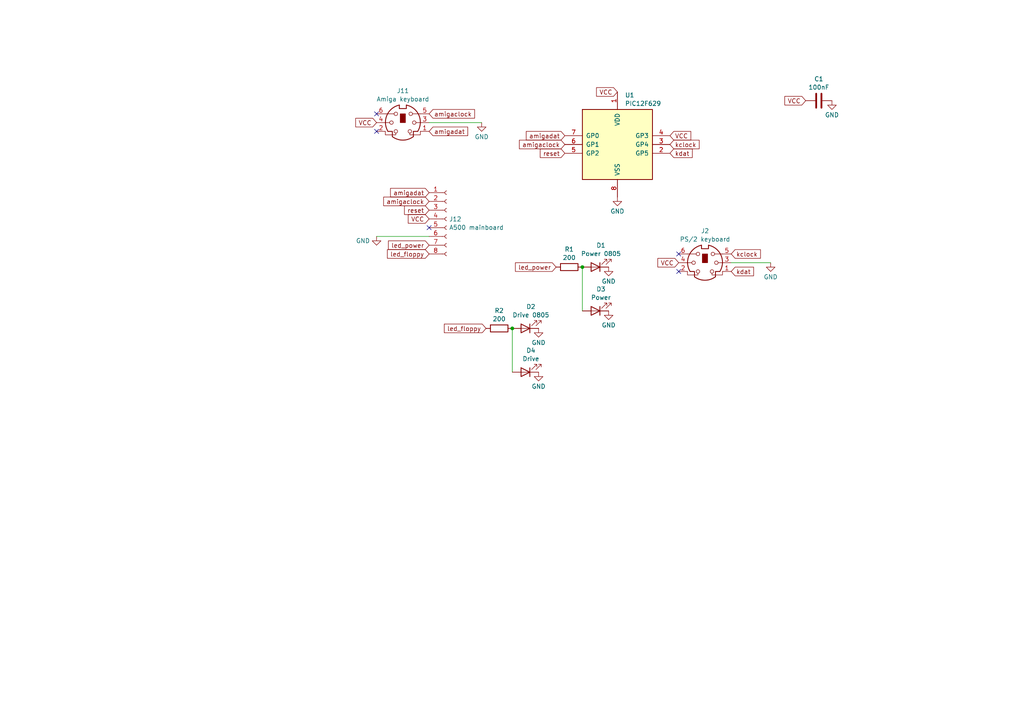
<source format=kicad_sch>
(kicad_sch (version 20230121) (generator eeschema)
  (paper "A4")
  (lib_symbols
    (symbol "Connector:Conn_01x08_Socket" (pin_names (offset 1.016) hide)
      (property "Reference" "J" (at 0 10.16 0))
      (property "Value" "Conn_01x08_Socket" (at 0 -12.7 0))
      (symbol "Conn_01x08_Socket_1_1"
        (arc (start 0 -9.652) (mid -0.5058 -10.16) (end 0 -10.668) (stroke (width 0.1524)))
        (arc (start 0 -7.112) (mid -0.5058 -7.62) (end 0 -8.128) (stroke (width 0.1524)))
        (arc (start 0 -4.572) (mid -0.5058 -5.08) (end 0 -5.588) (stroke (width 0.1524)))
        (arc (start 0 -2.032) (mid -0.5058 -2.54) (end 0 -3.048) (stroke (width 0.1524)))
        (polyline (pts (xy -1.27 -10.16) (xy -0.508 -10.16)) (stroke (width 0.1524)))
        (polyline (pts (xy -1.27 -7.62) (xy -0.508 -7.62)) (stroke (width 0.1524)))
        (polyline (pts (xy -1.27 -5.08) (xy -0.508 -5.08)) (stroke (width 0.1524)))
        (polyline (pts (xy -1.27 -2.54) (xy -0.508 -2.54)) (stroke (width 0.1524)))
        (polyline (pts (xy -1.27 0) (xy -0.508 0)) (stroke (width 0.1524)))
        (polyline (pts (xy -1.27 2.54) (xy -0.508 2.54)) (stroke (width 0.1524)))
        (polyline (pts (xy -1.27 5.08) (xy -0.508 5.08)) (stroke (width 0.1524)))
        (polyline (pts (xy -1.27 7.62) (xy -0.508 7.62)) (stroke (width 0.1524)))
        (arc (start 0 0.508) (mid -0.5058 0) (end 0 -0.508) (stroke (width 0.1524)))
        (arc (start 0 3.048) (mid -0.5058 2.54) (end 0 2.032) (stroke (width 0.1524)))
        (arc (start 0 5.588) (mid -0.5058 5.08) (end 0 4.572) (stroke (width 0.1524)))
        (arc (start 0 8.128) (mid -0.5058 7.62) (end 0 7.112) (stroke (width 0.1524)))
        (pin passive line (at -5.08 7.62 0) (length 3.81) (name "Pin_1") (number "1"))
        (pin passive line (at -5.08 5.08 0) (length 3.81) (name "Pin_2") (number "2"))
        (pin passive line (at -5.08 2.54 0) (length 3.81) (name "Pin_3") (number "3"))
        (pin passive line (at -5.08 0 0) (length 3.81) (name "Pin_4") (number "4"))
        (pin passive line (at -5.08 -2.54 0) (length 3.81) (name "Pin_5") (number "5"))
        (pin passive line (at -5.08 -5.08 0) (length 3.81) (name "Pin_6") (number "6"))
        (pin passive line (at -5.08 -7.62 0) (length 3.81) (name "Pin_7") (number "7"))
        (pin passive line (at -5.08 -10.16 0) (length 3.81) (name "Pin_8") (number "8"))
      )
    )
    (symbol "Connector:Mini-DIN-6" (pin_names (offset 1.016))
      (property "Reference" "J" (at 0 6.35 0))
      (property "Value" "Mini-DIN-6" (at 0 -6.35 0))
      (symbol "Mini-DIN-6_0_1"
        (circle (center -3.302 0) (radius 0.508))
        (arc (start -3.048 -4.064) (mid 0 -5.08) (end 3.048 -4.064) (stroke (width 0.254)))
        (circle (center -2.032 -2.54) (radius 0.508))
        (circle (center -2.032 2.54) (radius 0.508))
        (arc (start -1.016 5.08) (mid -4.6228 2.1214) (end -4.318 -2.54) (stroke (width 0.254)))
        (rectangle (start -0.762 2.54) (end 0.762 0) (fill (type outline)))
        (polyline (pts (xy -3.81 0) (xy -5.08 0)))
        (polyline (pts (xy -2.54 2.54) (xy -5.08 2.54)))
        (polyline (pts (xy 2.794 2.54) (xy 5.08 2.54)))
        (polyline (pts (xy 5.08 0) (xy 3.81 0)))
        (polyline (pts (xy -4.318 -2.54) (xy -3.048 -2.54) (xy -3.048 -4.064)) (stroke (width 0.254)))
        (polyline (pts (xy 4.318 -2.54) (xy 3.048 -2.54) (xy 3.048 -4.064)) (stroke (width 0.254)))
        (polyline (pts (xy -2.032 -3.048) (xy -2.032 -3.556) (xy -5.08 -3.556) (xy -5.08 -2.54)))
        (polyline (pts (xy -1.016 5.08) (xy -1.016 4.064) (xy 1.016 4.064) (xy 1.016 5.08)) (stroke (width 0.254)))
        (polyline (pts (xy 2.032 -3.048) (xy 2.032 -3.556) (xy 5.08 -3.556) (xy 5.08 -2.54)))
        (circle (center 2.032 -2.54) (radius 0.508))
        (circle (center 2.286 2.54) (radius 0.508))
        (circle (center 3.302 0) (radius 0.508))
        (arc (start 4.318 -2.54) (mid 4.6661 2.1322) (end 1.016 5.08) (stroke (width 0.254)))
      )
      (symbol "Mini-DIN-6_1_1"
        (pin passive line (at 7.62 -2.54 180) (length 2.54) (name "~") (number "1"))
        (pin passive line (at -7.62 -2.54 0) (length 2.54) (name "~") (number "2"))
        (pin passive line (at 7.62 0 180) (length 2.54) (name "~") (number "3"))
        (pin passive line (at -7.62 0 0) (length 2.54) (name "~") (number "4"))
        (pin passive line (at 7.62 2.54 180) (length 2.54) (name "~") (number "5"))
        (pin passive line (at -7.62 2.54 0) (length 2.54) (name "~") (number "6"))
      )
    )
    (symbol "Device:C" (pin_numbers hide) (pin_names (offset 0.254))
      (property "Reference" "C" (at 0.635 2.54 0))
      (property "Value" "C" (at 0.635 -2.54 0))
      (symbol "C_0_1"
        (polyline (pts (xy -2.032 -0.762) (xy 2.032 -0.762)) (stroke (width 0.508)))
        (polyline (pts (xy -2.032 0.762) (xy 2.032 0.762)) (stroke (width 0.508)))
      )
      (symbol "C_1_1"
        (pin passive line (at 0 3.81 270) (length 2.794) (name "~") (number "1"))
        (pin passive line (at 0 -3.81 90) (length 2.794) (name "~") (number "2"))
      )
    )
    (symbol "Device:LED" (pin_numbers hide) (pin_names (offset 1.016) hide)
      (property "Reference" "D" (at 0 2.54 0))
      (property "Value" "LED" (at 0 -2.54 0))
      (symbol "LED_0_1"
        (polyline (pts (xy -1.27 -1.27) (xy -1.27 1.27)) (stroke (width 0.254)))
        (polyline (pts (xy -1.27 0) (xy 1.27 0)))
        (polyline (pts (xy 1.27 -1.27) (xy 1.27 1.27) (xy -1.27 0) (xy 1.27 -1.27)) (stroke (width 0.254)))
        (polyline (pts (xy -3.048 -0.762) (xy -4.572 -2.286) (xy -3.81 -2.286) (xy -4.572 -2.286) (xy -4.572 -1.524)))
        (polyline (pts (xy -1.778 -0.762) (xy -3.302 -2.286) (xy -2.54 -2.286) (xy -3.302 -2.286) (xy -3.302 -1.524)))
      )
      (symbol "LED_1_1"
        (pin passive line (at -3.81 0 0) (length 2.54) (name "K") (number "1"))
        (pin passive line (at 3.81 0 180) (length 2.54) (name "A") (number "2"))
      )
    )
    (symbol "Device:R" (pin_numbers hide) (pin_names (offset 0))
      (property "Reference" "R" (at 2.032 0 90))
      (property "Value" "R" (at 0 0 90))
      (symbol "R_0_1"
        (rectangle (start -1.016 -2.54) (end 1.016 2.54) (stroke (width 0.254)))
      )
      (symbol "R_1_1"
        (pin passive line (at 0 3.81 270) (length 1.27) (name "~") (number "1"))
        (pin passive line (at 0 -3.81 90) (length 1.27) (name "~") (number "2"))
      )
    )
    (symbol "MCU_Microchip_PIC12:PIC12F629-IP" (pin_names (offset 1.016))
      (property "Reference" "U" (at 1.27 13.97 0))
      (property "Value" "PIC12F629-IP" (at 1.27 11.43 0))
      (symbol "PIC12F629-IP_0_1"
        (rectangle (start 10.16 -10.16) (end -10.16 10.16) (stroke (width 0.254)) (fill (type background)))
      )
      (symbol "PIC12F629-IP_1_1"
        (pin power_in line (at 0 15.24 270) (length 5.08) (name "VDD") (number "1"))
        (pin bidirectional line (at 15.24 -2.54 180) (length 5.08) (name "GP5") (number "2"))
        (pin bidirectional line (at 15.24 0 180) (length 5.08) (name "GP4") (number "3"))
        (pin input line (at 15.24 2.54 180) (length 5.08) (name "GP3") (number "4"))
        (pin bidirectional line (at -15.24 -2.54 0) (length 5.08) (name "GP2") (number "5"))
        (pin bidirectional line (at -15.24 0 0) (length 5.08) (name "GP1") (number "6"))
        (pin bidirectional line (at -15.24 2.54 0) (length 5.08) (name "GP0") (number "7"))
        (pin power_in line (at 0 -15.24 90) (length 5.08) (name "VSS") (number "8"))
      )
    )
    (symbol "power:GND" (power) (pin_names (offset 0))
      (property "Value" "GND" (at 0 -3.81 0))
      (symbol "GND_0_1"
        (polyline (pts (xy 0 0) (xy 0 -1.27) (xy 1.27 -1.27) (xy 0 -2.54) (xy -1.27 -1.27) (xy 0 -1.27)))
      )
      (symbol "GND_1_1"
        (pin power_in line (at 0 0 270) (length 0) hide (name "GND") (number "1"))
      )
    )
  )
  (junction (at 148.59 95.25))
  (junction (at 168.91 77.47))
  (no_connect (at 109.22 38.1))
  (no_connect (at 124.46 66.04))
  (no_connect (at 196.85 78.74))
  (no_connect (at 196.85 73.66))
  (no_connect (at 109.22 33.02))
  (wire (pts (xy 168.91 77.47) (xy 168.91 90.17)))
  (wire (pts (xy 109.22 68.58) (xy 124.46 68.58)))
  (wire (pts (xy 212.09 76.2) (xy 223.52 76.2)))
  (wire (pts (xy 124.46 35.56) (xy 139.7 35.56)))
  (wire (pts (xy 148.59 95.25) (xy 148.59 107.95)))
  (global_label "kdat" (shape input) (at 194.31 44.45 0) (property "Intersheetrefs" "${INTERSHEET_REFS}" (effects hide)))
  (global_label "VCC" (shape input) (at 124.46 63.5 180) (property "Intersheetrefs" "${INTERSHEET_REFS}" (effects hide)))
  (global_label "VCC" (shape input) (at 179.07 26.67 180) (property "Intersheetrefs" "${INTERSHEET_REFS}" (effects hide)))
  (global_label "reset" (shape input) (at 124.46 60.96 180) (property "Intersheetrefs" "${INTERSHEET_REFS}" (effects hide)))
  (global_label "amigadat" (shape input) (at 124.46 55.88 180) (property "Intersheetrefs" "${INTERSHEET_REFS}" (effects hide)))
  (global_label "kclock" (shape input) (at 212.09 73.66 0) (property "Intersheetrefs" "${INTERSHEET_REFS}" (effects hide)))
  (global_label "kdat" (shape input) (at 212.09 78.74 0) (property "Intersheetrefs" "${INTERSHEET_REFS}" (effects hide)))
  (global_label "reset" (shape input) (at 163.83 44.45 180) (property "Intersheetrefs" "${INTERSHEET_REFS}" (effects hide)))
  (global_label "led_floppy" (shape input) (at 124.46 73.66 180) (property "Intersheetrefs" "${INTERSHEET_REFS}" (effects hide)))
  (global_label "amigaclock" (shape input) (at 124.46 33.02 0) (property "Intersheetrefs" "${INTERSHEET_REFS}" (effects hide)))
  (global_label "amigaclock" (shape input) (at 124.46 58.42 180) (property "Intersheetrefs" "${INTERSHEET_REFS}" (effects hide)))
  (global_label "VCC" (shape input) (at 109.22 35.56 180) (property "Intersheetrefs" "${INTERSHEET_REFS}" (effects hide)))
  (global_label "led_power" (shape input) (at 161.29 77.47 180) (property "Intersheetrefs" "${INTERSHEET_REFS}" (effects hide)))
  (global_label "VCC" (shape input) (at 196.85 76.2 180) (property "Intersheetrefs" "${INTERSHEET_REFS}" (effects hide)))
  (global_label "VCC" (shape input) (at 194.31 39.37 0) (property "Intersheetrefs" "${INTERSHEET_REFS}" (effects hide)))
  (global_label "VCC" (shape input) (at 233.68 29.21 180) (property "Intersheetrefs" "${INTERSHEET_REFS}" (effects hide)))
  (global_label "led_floppy" (shape input) (at 140.97 95.25 180) (property "Intersheetrefs" "${INTERSHEET_REFS}" (effects hide)))
  (global_label "amigaclock" (shape input) (at 163.83 41.91 180) (property "Intersheetrefs" "${INTERSHEET_REFS}" (effects hide)))
  (global_label "amigadat" (shape input) (at 163.83 39.37 180) (property "Intersheetrefs" "${INTERSHEET_REFS}" (effects hide)))
  (global_label "kclock" (shape input) (at 194.31 41.91 0) (property "Intersheetrefs" "${INTERSHEET_REFS}" (effects hide)))
  (global_label "led_power" (shape input) (at 124.46 71.12 180) (property "Intersheetrefs" "${INTERSHEET_REFS}" (effects hide)))
  (global_label "amigadat" (shape input) (at 124.46 38.1 0) (property "Intersheetrefs" "${INTERSHEET_REFS}" (effects hide)))
  (symbol (lib_id "Connector:Mini-DIN-6") (at 116.84 35.56 0) (unit 1)
    (property "Reference" "J11" (at 116.8577 26.3357 0))
    (property "Value" "Amiga keyboard" (at 116.8577 28.7599 0))
    (property "Footprint" "own:Mini-DIN-6_PS2-Keyboard-Socket_Connfly_DS1093-01-PN60" (effects hide))
    (property "Datasheet" "http://service.powerdynamics.com/ec/Catalog17/Section%2011.pdf" (effects hide))
    (property "LCSC" "C77848" (effects hide))
  )
  (symbol (lib_id "power:GND") (at 223.52 76.2 0) (unit 1)
    (property "Reference" "#PWR01" (effects hide))
    (property "Value" "GND" (at 223.52 80.3331 0))
  )
  (symbol (lib_id "Connector:Mini-DIN-6") (at 204.47 76.2 0) (unit 1)
    (property "Reference" "J2" (at 204.4877 66.9757 0))
    (property "Value" "PS/2 keyboard" (at 204.4877 69.3999 0))
    (property "Footprint" "own:Mini-DIN-6_PS2-Keyboard-Socket_Connfly_DS1093-01-PN60" (effects hide))
    (property "Datasheet" "http://service.powerdynamics.com/ec/Catalog17/Section%2011.pdf" (effects hide))
    (property "LCSC" "C77848" (effects hide))
  )
  (symbol (lib_id "Device:R") (at 144.78 95.25 90) (unit 1)
    (property "Reference" "R2" (at 144.78 90.0897 90))
    (property "Value" "200" (at 144.78 92.5139 90))
    (property "Footprint" "Resistor_SMD:R_0805_2012Metric_Pad1.20x1.40mm_HandSolder" (effects hide))
    (property "JLCPCB" "C17540" (effects hide))
  )
  (symbol (lib_id "power:GND") (at 176.53 77.47 0) (unit 1)
    (property "Reference" "#PWR04" (effects hide))
    (property "Value" "GND" (at 176.53 81.6031 0))
  )
  (symbol (lib_id "MCU_Microchip_PIC12:PIC12F629-IP") (at 179.07 41.91 0) (unit 1)
    (property "Reference" "U1" (at 181.2641 27.6057 0) (effects (justify left)))
    (property "Value" "PIC12F629" (at 181.2641 30.0299 0) (effects (justify left)))
    (property "Footprint" "Package_DIP:DIP-8_W7.62mm" (effects hide))
    (property "Datasheet" "http://ww1.microchip.com/downloads/en/DeviceDoc/41190G.pdf" (effects hide))
    (property "LCSC" "C72124" (effects hide))
  )
  (symbol (lib_id "Device:LED") (at 172.72 90.17 180) (unit 1)
    (property "Reference" "D3" (at 174.3075 83.8667 0))
    (property "Value" "Power" (at 174.3075 86.2909 0))
    (property "Footprint" "LED_THT:LED_D3.0mm" (effects hide))
  )
  (symbol (lib_id "power:GND") (at 139.7 35.56 0) (unit 1)
    (property "Reference" "#PWR08" (effects hide))
    (property "Value" "GND" (at 139.7 39.6931 0))
  )
  (symbol (lib_id "power:GND") (at 109.22 68.58 0) (mirror y) (unit 1)
    (property "Reference" "#PWR03" (effects hide))
    (property "Value" "GND" (at 107.315 69.85 0) (effects (justify left)))
  )
  (symbol (lib_id "power:GND") (at 179.07 57.15 0) (unit 1)
    (property "Reference" "#PWR02" (effects hide))
    (property "Value" "GND" (at 179.07 61.2831 0))
  )
  (symbol (lib_id "power:GND") (at 176.53 90.17 0) (unit 1)
    (property "Reference" "#PWR07" (effects hide))
    (property "Value" "GND" (at 176.53 94.3031 0))
  )
  (symbol (lib_id "Device:LED") (at 152.4 95.25 180) (unit 1)
    (property "Reference" "D2" (at 153.9875 88.9467 0))
    (property "Value" "Drive 0805" (at 153.9875 91.3709 0))
    (property "Footprint" "LED_SMD:LED_0805_2012Metric_Pad1.15x1.40mm_HandSolder" (effects hide))
    (property "JLCPCB" "C2297" (effects hide))
  )
  (symbol (lib_id "Device:LED") (at 152.4 107.95 180) (unit 1)
    (property "Reference" "D4" (at 153.9875 101.6467 0))
    (property "Value" "Drive" (at 153.9875 104.0709 0))
    (property "Footprint" "LED_THT:LED_D3.0mm" (effects hide))
  )
  (symbol (lib_id "Device:C") (at 237.49 29.21 90) (unit 1)
    (property "Reference" "C1" (at 237.49 22.9067 90))
    (property "Value" "100nF" (at 237.49 25.3309 90))
    (property "Footprint" "Capacitor_SMD:C_0805_2012Metric_Pad1.18x1.45mm_HandSolder" (effects hide))
    (property "JLCPCB" "C49678" (effects hide))
  )
  (symbol (lib_id "Device:R") (at 165.1 77.47 90) (unit 1)
    (property "Reference" "R1" (at 165.1 72.3097 90))
    (property "Value" "200" (at 165.1 74.7339 90))
    (property "Footprint" "Resistor_SMD:R_0805_2012Metric_Pad1.20x1.40mm_HandSolder" (effects hide))
    (property "JLCPCB" "C17540" (effects hide))
  )
  (symbol (lib_id "Connector:Conn_01x08_Socket") (at 129.54 63.5 0) (unit 1)
    (property "Reference" "J12" (at 130.2512 63.5579 0) (effects (justify left)))
    (property "Value" "A500 mainboard" (at 130.2512 65.9821 0) (effects (justify left)))
    (property "Footprint" "Connector_PinSocket_2.54mm:PinSocket_1x08_P2.54mm_Vertical" (effects hide))
    (property "LCSC" "C2685213" (effects hide))
  )
  (symbol (lib_id "power:GND") (at 156.21 107.95 0) (unit 1)
    (property "Reference" "#PWR06" (effects hide))
    (property "Value" "GND" (at 156.21 112.0831 0))
  )
  (symbol (lib_id "power:GND") (at 241.3 29.21 0) (unit 1)
    (property "Reference" "#PWR09" (effects hide))
    (property "Value" "GND" (at 241.3 33.3431 0))
  )
  (symbol (lib_id "Device:LED") (at 172.72 77.47 180) (unit 1)
    (property "Reference" "D1" (at 174.3075 71.1667 0))
    (property "Value" "Power 0805" (at 174.3075 73.5909 0))
    (property "Footprint" "LED_SMD:LED_0805_2012Metric_Pad1.15x1.40mm_HandSolder" (effects hide))
    (property "JLCPCB" "C84256" (effects hide))
  )
  (symbol (lib_id "power:GND") (at 156.21 95.25 0) (unit 1)
    (property "Reference" "#PWR05" (effects hide))
    (property "Value" "GND" (at 156.21 99.3831 0))
  )
)
</source>
